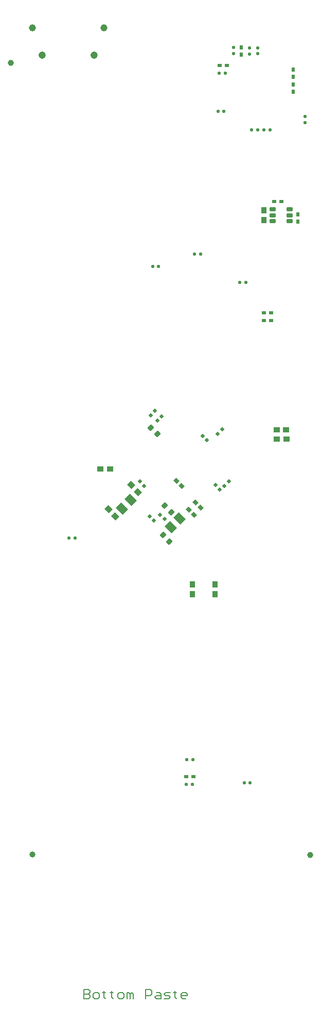
<source format=gbp>
G04*
G04 #@! TF.GenerationSoftware,Altium Limited,Altium Designer,20.1.14 (287)*
G04*
G04 Layer_Color=128*
%FSAX25Y25*%
%MOIN*%
G70*
G04*
G04 #@! TF.SameCoordinates,A9E8F4E5-7F2A-47C3-BED5-AE4669AA653D*
G04*
G04*
G04 #@! TF.FilePolarity,Positive*
G04*
G01*
G75*
%ADD19C,0.00800*%
G04:AMPARAMS|DCode=33|XSize=19.68mil|YSize=19.68mil|CornerRadius=1.97mil|HoleSize=0mil|Usage=FLASHONLY|Rotation=180.000|XOffset=0mil|YOffset=0mil|HoleType=Round|Shape=RoundedRectangle|*
%AMROUNDEDRECTD33*
21,1,0.01968,0.01575,0,0,180.0*
21,1,0.01575,0.01968,0,0,180.0*
1,1,0.00394,-0.00787,0.00787*
1,1,0.00394,0.00787,0.00787*
1,1,0.00394,0.00787,-0.00787*
1,1,0.00394,-0.00787,-0.00787*
%
%ADD33ROUNDEDRECTD33*%
%ADD34R,0.02362X0.03150*%
%ADD35R,0.03150X0.02362*%
G04:AMPARAMS|DCode=36|XSize=23.62mil|YSize=31.5mil|CornerRadius=0mil|HoleSize=0mil|Usage=FLASHONLY|Rotation=225.000|XOffset=0mil|YOffset=0mil|HoleType=Round|Shape=Rectangle|*
%AMROTATEDRECTD36*
4,1,4,-0.00278,0.01949,0.01949,-0.00278,0.00278,-0.01949,-0.01949,0.00278,-0.00278,0.01949,0.0*
%
%ADD36ROTATEDRECTD36*%

G04:AMPARAMS|DCode=38|XSize=19.68mil|YSize=19.68mil|CornerRadius=1.97mil|HoleSize=0mil|Usage=FLASHONLY|Rotation=90.000|XOffset=0mil|YOffset=0mil|HoleType=Round|Shape=RoundedRectangle|*
%AMROUNDEDRECTD38*
21,1,0.01968,0.01575,0,0,90.0*
21,1,0.01575,0.01968,0,0,90.0*
1,1,0.00394,0.00787,0.00787*
1,1,0.00394,0.00787,-0.00787*
1,1,0.00394,-0.00787,-0.00787*
1,1,0.00394,-0.00787,0.00787*
%
%ADD38ROUNDEDRECTD38*%
%ADD39C,0.03937*%
%ADD45R,0.03937X0.03740*%
%ADD47R,0.03740X0.03937*%
%ADD74C,0.04750*%
%ADD75C,0.04606*%
G04:AMPARAMS|DCode=168|XSize=31.5mil|YSize=35.43mil|CornerRadius=2.05mil|HoleSize=0mil|Usage=FLASHONLY|Rotation=315.000|XOffset=0mil|YOffset=0mil|HoleType=Round|Shape=RoundedRectangle|*
%AMROUNDEDRECTD168*
21,1,0.03150,0.03134,0,0,315.0*
21,1,0.02740,0.03543,0,0,315.0*
1,1,0.00409,-0.00139,-0.02077*
1,1,0.00409,-0.02077,-0.00139*
1,1,0.00409,0.00139,0.02077*
1,1,0.00409,0.02077,0.00139*
%
%ADD168ROUNDEDRECTD168*%
G04:AMPARAMS|DCode=169|XSize=19.68mil|YSize=19.68mil|CornerRadius=1.97mil|HoleSize=0mil|Usage=FLASHONLY|Rotation=315.000|XOffset=0mil|YOffset=0mil|HoleType=Round|Shape=RoundedRectangle|*
%AMROUNDEDRECTD169*
21,1,0.01968,0.01575,0,0,315.0*
21,1,0.01575,0.01968,0,0,315.0*
1,1,0.00394,0.00000,-0.01114*
1,1,0.00394,-0.01114,0.00000*
1,1,0.00394,0.00000,0.01114*
1,1,0.00394,0.01114,0.00000*
%
%ADD169ROUNDEDRECTD169*%
G04:AMPARAMS|DCode=170|XSize=19.68mil|YSize=19.68mil|CornerRadius=1.97mil|HoleSize=0mil|Usage=FLASHONLY|Rotation=45.000|XOffset=0mil|YOffset=0mil|HoleType=Round|Shape=RoundedRectangle|*
%AMROUNDEDRECTD170*
21,1,0.01968,0.01575,0,0,45.0*
21,1,0.01575,0.01968,0,0,45.0*
1,1,0.00394,0.01114,0.00000*
1,1,0.00394,0.00000,-0.01114*
1,1,0.00394,-0.01114,0.00000*
1,1,0.00394,0.00000,0.01114*
%
%ADD170ROUNDEDRECTD170*%
G04:AMPARAMS|DCode=171|XSize=37.4mil|YSize=39.37mil|CornerRadius=0mil|HoleSize=0mil|Usage=FLASHONLY|Rotation=45.000|XOffset=0mil|YOffset=0mil|HoleType=Round|Shape=Rectangle|*
%AMROTATEDRECTD171*
4,1,4,0.00070,-0.02714,-0.02714,0.00070,-0.00070,0.02714,0.02714,-0.00070,0.00070,-0.02714,0.0*
%
%ADD171ROTATEDRECTD171*%

G04:AMPARAMS|DCode=172|XSize=50mil|YSize=63mil|CornerRadius=0mil|HoleSize=0mil|Usage=FLASHONLY|Rotation=45.000|XOffset=0mil|YOffset=0mil|HoleType=Round|Shape=Rectangle|*
%AMROTATEDRECTD172*
4,1,4,0.00460,-0.03995,-0.03995,0.00460,-0.00460,0.03995,0.03995,-0.00460,0.00460,-0.03995,0.0*
%
%ADD172ROTATEDRECTD172*%

G04:AMPARAMS|DCode=173|XSize=23.62mil|YSize=39.37mil|CornerRadius=2.01mil|HoleSize=0mil|Usage=FLASHONLY|Rotation=90.000|XOffset=0mil|YOffset=0mil|HoleType=Round|Shape=RoundedRectangle|*
%AMROUNDEDRECTD173*
21,1,0.02362,0.03535,0,0,90.0*
21,1,0.01961,0.03937,0,0,90.0*
1,1,0.00402,0.01768,0.00980*
1,1,0.00402,0.01768,-0.00980*
1,1,0.00402,-0.01768,-0.00980*
1,1,0.00402,-0.01768,0.00980*
%
%ADD173ROUNDEDRECTD173*%
G54D19*
X0127546Y0073604D02*
Y0067606D01*
X0130545D01*
X0131544Y0068605D01*
Y0069605D01*
X0130545Y0070605D01*
X0127546D01*
X0130545D01*
X0131544Y0071605D01*
Y0072604D01*
X0130545Y0073604D01*
X0127546D01*
X0134543Y0067606D02*
X0136543D01*
X0137542Y0068605D01*
Y0070605D01*
X0136543Y0071605D01*
X0134543D01*
X0133544Y0070605D01*
Y0068605D01*
X0134543Y0067606D01*
X0140542Y0072604D02*
Y0071605D01*
X0139542D01*
X0141541D01*
X0140542D01*
Y0068605D01*
X0141541Y0067606D01*
X0145540Y0072604D02*
Y0071605D01*
X0144540D01*
X0146539D01*
X0145540D01*
Y0068605D01*
X0146539Y0067606D01*
X0150538D02*
X0152538D01*
X0153537Y0068605D01*
Y0070605D01*
X0152538Y0071605D01*
X0150538D01*
X0149539Y0070605D01*
Y0068605D01*
X0150538Y0067606D01*
X0155537D02*
Y0071605D01*
X0156536D01*
X0157536Y0070605D01*
Y0067606D01*
Y0070605D01*
X0158536Y0071605D01*
X0159535Y0070605D01*
Y0067606D01*
X0167533D02*
Y0073604D01*
X0170532D01*
X0171531Y0072604D01*
Y0070605D01*
X0170532Y0069605D01*
X0167533D01*
X0174530Y0071605D02*
X0176530D01*
X0177530Y0070605D01*
Y0067606D01*
X0174530D01*
X0173531Y0068605D01*
X0174530Y0069605D01*
X0177530D01*
X0179529Y0067606D02*
X0182528D01*
X0183528Y0068605D01*
X0182528Y0069605D01*
X0180528D01*
X0179529Y0070605D01*
X0180528Y0071605D01*
X0183528D01*
X0186527Y0072604D02*
Y0071605D01*
X0185527D01*
X0187526D01*
X0186527D01*
Y0068605D01*
X0187526Y0067606D01*
X0193524D02*
X0191525D01*
X0190525Y0068605D01*
Y0070605D01*
X0191525Y0071605D01*
X0193524D01*
X0194524Y0070605D01*
Y0069605D01*
X0190525D01*
G54D33*
X0175834Y0541278D02*
D03*
X0171897D02*
D03*
X0228432Y0530947D02*
D03*
X0232368D02*
D03*
X0117834Y0365885D02*
D03*
X0121771D02*
D03*
X0203113Y0549372D02*
D03*
X0199176D02*
D03*
X0247897Y0629928D02*
D03*
X0243960D02*
D03*
X0239905D02*
D03*
X0235968D02*
D03*
X0218212Y0641711D02*
D03*
X0214275D02*
D03*
X0218969Y0666400D02*
D03*
X0215032D02*
D03*
X0198023Y0222550D02*
D03*
X0194086D02*
D03*
X0193806Y0206451D02*
D03*
X0197743D02*
D03*
X0231231Y0207433D02*
D03*
X0235169D02*
D03*
G54D34*
X0265948Y0570500D02*
D03*
Y0575225D02*
D03*
X0263121Y0654451D02*
D03*
Y0659176D02*
D03*
X0263204Y0668790D02*
D03*
Y0664065D02*
D03*
X0229283Y0683002D02*
D03*
Y0678278D02*
D03*
G54D35*
X0255542Y0583337D02*
D03*
X0250818D02*
D03*
X0248735Y0511282D02*
D03*
X0244011Y0511282D02*
D03*
X0219960Y0671542D02*
D03*
X0215235D02*
D03*
X0193578Y0211317D02*
D03*
X0198302D02*
D03*
X0248735Y0506282D02*
D03*
X0244011D02*
D03*
G54D36*
X0195397Y0384164D02*
D03*
X0198738Y0380823D02*
D03*
X0187257Y0402653D02*
D03*
X0190597Y0399312D02*
D03*
X0203011Y0385463D02*
D03*
X0199670Y0388804D02*
D03*
G54D38*
X0240200Y0678932D02*
D03*
Y0682868D02*
D03*
X0224279Y0679022D02*
D03*
Y0682959D02*
D03*
X0234885Y0678924D02*
D03*
Y0682861D02*
D03*
X0270653Y0634435D02*
D03*
Y0638372D02*
D03*
G54D39*
X0274200Y0160769D02*
D03*
X0079987Y0673088D02*
D03*
X0094200Y0161166D02*
D03*
G54D45*
X0137940Y0410400D02*
D03*
X0144239D02*
D03*
X0258599Y0429790D02*
D03*
X0252300D02*
D03*
X0252257Y0435900D02*
D03*
X0258556D02*
D03*
G54D47*
X0244121Y0577691D02*
D03*
Y0571392D02*
D03*
X0197850Y0335616D02*
D03*
Y0329317D02*
D03*
X0212322Y0329317D02*
D03*
Y0335616D02*
D03*
G54D74*
X0100500Y0678005D02*
D03*
X0133963D02*
D03*
G54D75*
X0094200Y0695900D02*
D03*
X0140263Y0695900D02*
D03*
G54D168*
X0174995Y0433014D02*
D03*
X0170819Y0437190D02*
D03*
X0178663Y0367701D02*
D03*
X0182839Y0363525D02*
D03*
X0183976Y0382526D02*
D03*
X0179800Y0386702D02*
D03*
G54D169*
X0170097Y0379830D02*
D03*
X0172881Y0377046D02*
D03*
X0163580Y0402375D02*
D03*
X0166364Y0399591D02*
D03*
X0212755Y0399959D02*
D03*
X0215539Y0397176D02*
D03*
X0176840Y0380737D02*
D03*
X0179623Y0377953D02*
D03*
X0207080Y0429071D02*
D03*
X0204296Y0431855D02*
D03*
G54D170*
X0170773Y0445193D02*
D03*
X0173556Y0447977D02*
D03*
X0218536Y0399559D02*
D03*
X0221320Y0402343D02*
D03*
X0216992Y0435930D02*
D03*
X0214208Y0433146D02*
D03*
X0174997Y0441705D02*
D03*
X0177781Y0444489D02*
D03*
G54D171*
X0162411Y0395570D02*
D03*
X0157957Y0400025D02*
D03*
X0147758Y0379858D02*
D03*
X0143304Y0384312D02*
D03*
G54D172*
X0157776Y0390583D02*
D03*
X0152120Y0384926D02*
D03*
X0189544Y0378354D02*
D03*
X0183887Y0372698D02*
D03*
G54D173*
X0249842Y0578282D02*
D03*
Y0574542D02*
D03*
Y0570802D02*
D03*
X0260668D02*
D03*
Y0574542D02*
D03*
Y0578282D02*
D03*
M02*

</source>
